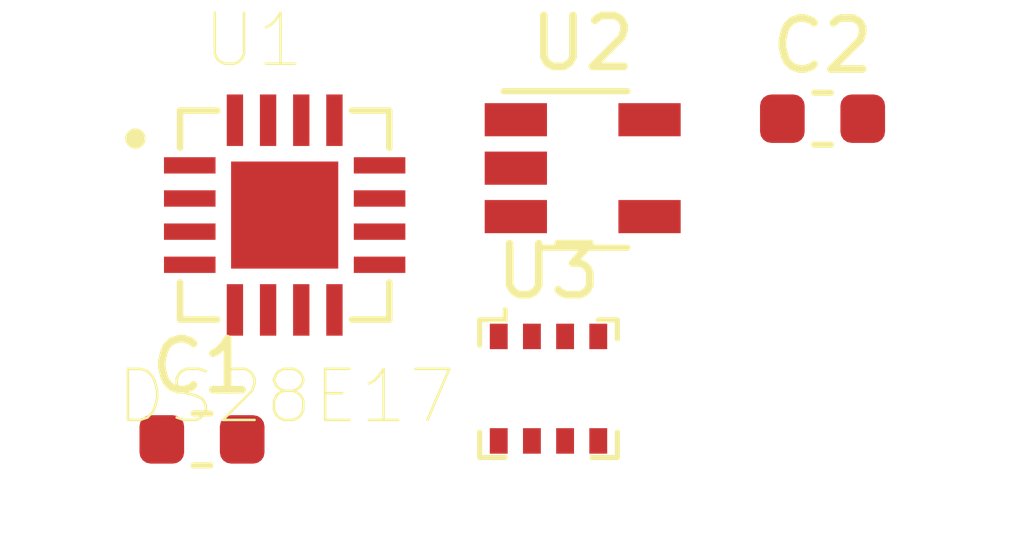
<source format=kicad_pcb>
(kicad_pcb (version 20171130) (host pcbnew 5.1.4)

  (general
    (thickness 1.6)
    (drawings 0)
    (tracks 0)
    (zones 0)
    (modules 5)
    (nets 17)
  )

  (page A4)
  (layers
    (0 F.Cu signal)
    (31 B.Cu signal)
    (32 B.Adhes user)
    (33 F.Adhes user)
    (34 B.Paste user)
    (35 F.Paste user)
    (36 B.SilkS user)
    (37 F.SilkS user)
    (38 B.Mask user)
    (39 F.Mask user)
    (40 Dwgs.User user)
    (41 Cmts.User user)
    (42 Eco1.User user)
    (43 Eco2.User user)
    (44 Edge.Cuts user)
    (45 Margin user)
    (46 B.CrtYd user)
    (47 F.CrtYd user)
    (48 B.Fab user)
    (49 F.Fab user)
  )

  (setup
    (last_trace_width 0.25)
    (trace_clearance 0.2)
    (zone_clearance 0.508)
    (zone_45_only no)
    (trace_min 0.2)
    (via_size 0.8)
    (via_drill 0.4)
    (via_min_size 0.4)
    (via_min_drill 0.3)
    (uvia_size 0.3)
    (uvia_drill 0.1)
    (uvias_allowed no)
    (uvia_min_size 0.2)
    (uvia_min_drill 0.1)
    (edge_width 0.05)
    (segment_width 0.2)
    (pcb_text_width 0.3)
    (pcb_text_size 1.5 1.5)
    (mod_edge_width 0.12)
    (mod_text_size 1 1)
    (mod_text_width 0.15)
    (pad_size 1.524 1.524)
    (pad_drill 0.762)
    (pad_to_mask_clearance 0.051)
    (solder_mask_min_width 0.25)
    (aux_axis_origin 0 0)
    (visible_elements FFFFFF7F)
    (pcbplotparams
      (layerselection 0x010fc_ffffffff)
      (usegerberextensions false)
      (usegerberattributes false)
      (usegerberadvancedattributes false)
      (creategerberjobfile false)
      (excludeedgelayer true)
      (linewidth 0.100000)
      (plotframeref false)
      (viasonmask false)
      (mode 1)
      (useauxorigin false)
      (hpglpennumber 1)
      (hpglpenspeed 20)
      (hpglpendiameter 15.000000)
      (psnegative false)
      (psa4output false)
      (plotreference true)
      (plotvalue true)
      (plotinvisibletext false)
      (padsonsilk false)
      (subtractmaskfromsilk false)
      (outputformat 1)
      (mirror false)
      (drillshape 1)
      (scaleselection 1)
      (outputdirectory ""))
  )

  (net 0 "")
  (net 1 GND)
  (net 2 +5V)
  (net 3 +3V3)
  (net 4 "Net-(U1-Pad16)")
  (net 5 "Net-(U1-Pad15)")
  (net 6 "Net-(U1-Pad14)")
  (net 7 "Net-(U1-Pad13)")
  (net 8 "Net-(U1-Pad12)")
  (net 9 "Net-(U1-Pad7)")
  (net 10 "Net-(U1-Pad5)")
  (net 11 /data)
  (net 12 "Net-(U1-Pad1)")
  (net 13 "Net-(U3-Pad8)")
  (net 14 "Net-(U3-Pad6)")
  (net 15 "Net-(U3-Pad5)")
  (net 16 "Net-(U3-Pad2)")

  (net_class Default "This is the default net class."
    (clearance 0.2)
    (trace_width 0.25)
    (via_dia 0.8)
    (via_drill 0.4)
    (uvia_dia 0.3)
    (uvia_drill 0.1)
    (add_net +3V3)
    (add_net +5V)
    (add_net /data)
    (add_net GND)
    (add_net "Net-(U1-Pad1)")
    (add_net "Net-(U1-Pad12)")
    (add_net "Net-(U1-Pad13)")
    (add_net "Net-(U1-Pad14)")
    (add_net "Net-(U1-Pad15)")
    (add_net "Net-(U1-Pad16)")
    (add_net "Net-(U1-Pad5)")
    (add_net "Net-(U1-Pad7)")
    (add_net "Net-(U3-Pad2)")
    (add_net "Net-(U3-Pad5)")
    (add_net "Net-(U3-Pad6)")
    (add_net "Net-(U3-Pad8)")
  )

  (module digikey-footprints:Pressure_Sensor_LGA-8_2.5x2.5mm_BME280 (layer F.Cu) (tedit 5B1844EC) (tstamp 5DBCC333)
    (at 134.94 104.965)
    (path /5DBDC34D)
    (fp_text reference U3 (at 0 -2.3) (layer F.SilkS)
      (effects (font (size 1 1) (thickness 0.15)))
    )
    (fp_text value BME280 (at 0 2.47) (layer F.Fab)
      (effects (font (size 1 1) (thickness 0.15)))
    )
    (fp_line (start -1.25 -1.25) (end 1.25 -1.25) (layer F.Fab) (width 0.1))
    (fp_line (start -1.25 1.25) (end -1.25 -1.25) (layer F.Fab) (width 0.1))
    (fp_line (start 1.25 1.25) (end -1.25 1.25) (layer F.Fab) (width 0.1))
    (fp_line (start 1.25 -1.25) (end 1.25 1.25) (layer F.Fab) (width 0.1))
    (fp_text user %R (at 0 0) (layer F.Fab)
      (effects (font (size 0.5 0.5) (thickness 0.05)))
    )
    (fp_line (start 1.35 -1.35) (end 0.975 -1.35) (layer F.SilkS) (width 0.1))
    (fp_line (start 1.35 -1.35) (end 1.35 -0.975) (layer F.SilkS) (width 0.1))
    (fp_line (start -1.35 -1.35) (end -0.85 -1.35) (layer F.SilkS) (width 0.1))
    (fp_line (start -1.35 -1.35) (end -1.35 -0.85) (layer F.SilkS) (width 0.1))
    (fp_line (start -0.85 -1.35) (end -0.85 -1.55) (layer F.SilkS) (width 0.1))
    (fp_line (start -1.35 1.35) (end -0.85 1.35) (layer F.SilkS) (width 0.1))
    (fp_line (start -1.35 1.35) (end -1.35 0.85) (layer F.SilkS) (width 0.1))
    (fp_line (start 1.35 1.35) (end 0.85 1.35) (layer F.SilkS) (width 0.1))
    (fp_line (start 1.35 1.35) (end 1.35 0.85) (layer F.SilkS) (width 0.1))
    (fp_line (start 1.5 -1.5) (end 1.5 1.5) (layer F.CrtYd) (width 0.05))
    (fp_line (start 1.5 -1.5) (end -1.5 -1.5) (layer F.CrtYd) (width 0.05))
    (fp_line (start -1.5 -1.5) (end -1.5 1.5) (layer F.CrtYd) (width 0.05))
    (fp_line (start 1.5 1.5) (end -1.5 1.5) (layer F.CrtYd) (width 0.05))
    (pad 8 smd rect (at -0.975 1.024999) (size 0.35 0.5) (layers F.Cu F.Paste F.Mask)
      (net 13 "Net-(U3-Pad8)"))
    (pad 7 smd rect (at -0.325 1.024999) (size 0.35 0.5) (layers F.Cu F.Paste F.Mask)
      (net 1 GND))
    (pad 6 smd rect (at 0.325 1.024999) (size 0.35 0.5) (layers F.Cu F.Paste F.Mask)
      (net 14 "Net-(U3-Pad6)"))
    (pad 5 smd rect (at 0.975 1.024999) (size 0.35 0.5) (layers F.Cu F.Paste F.Mask)
      (net 15 "Net-(U3-Pad5)"))
    (pad 4 smd rect (at 0.975 -1.025) (size 0.35 0.5) (layers F.Cu F.Paste F.Mask)
      (net 5 "Net-(U1-Pad15)"))
    (pad 3 smd rect (at 0.325 -1.025) (size 0.35 0.5) (layers F.Cu F.Paste F.Mask)
      (net 4 "Net-(U1-Pad16)"))
    (pad 2 smd rect (at -0.325 -1.025) (size 0.35 0.5) (layers F.Cu F.Paste F.Mask)
      (net 16 "Net-(U3-Pad2)"))
    (pad 1 smd rect (at -0.975 -1.025) (size 0.35 0.5) (layers F.Cu F.Paste F.Mask)
      (net 1 GND))
  )

  (module Package_TO_SOT_SMD:TSOT-23-5 (layer F.Cu) (tedit 5A02FF57) (tstamp 5DBCC315)
    (at 135.61 100.64)
    (descr "5-pin TSOT23 package, http://cds.linear.com/docs/en/packaging/SOT_5_05-08-1635.pdf")
    (tags TSOT-23-5)
    (path /5DBDD075)
    (attr smd)
    (fp_text reference U2 (at 0 -2.45) (layer F.SilkS)
      (effects (font (size 1 1) (thickness 0.15)))
    )
    (fp_text value ADP7142AUJZ-3.3 (at 0 2.5) (layer F.Fab)
      (effects (font (size 1 1) (thickness 0.15)))
    )
    (fp_line (start 2.17 1.7) (end -2.17 1.7) (layer F.CrtYd) (width 0.05))
    (fp_line (start 2.17 1.7) (end 2.17 -1.7) (layer F.CrtYd) (width 0.05))
    (fp_line (start -2.17 -1.7) (end -2.17 1.7) (layer F.CrtYd) (width 0.05))
    (fp_line (start -2.17 -1.7) (end 2.17 -1.7) (layer F.CrtYd) (width 0.05))
    (fp_line (start 0.88 -1.45) (end 0.88 1.45) (layer F.Fab) (width 0.1))
    (fp_line (start 0.88 1.45) (end -0.88 1.45) (layer F.Fab) (width 0.1))
    (fp_line (start -0.88 -1) (end -0.88 1.45) (layer F.Fab) (width 0.1))
    (fp_line (start 0.88 -1.45) (end -0.43 -1.45) (layer F.Fab) (width 0.1))
    (fp_line (start -0.88 -1) (end -0.43 -1.45) (layer F.Fab) (width 0.1))
    (fp_line (start 0.88 -1.51) (end -1.55 -1.51) (layer F.SilkS) (width 0.12))
    (fp_line (start -0.88 1.56) (end 0.88 1.56) (layer F.SilkS) (width 0.12))
    (fp_text user %R (at 0 0 90) (layer F.Fab)
      (effects (font (size 0.5 0.5) (thickness 0.075)))
    )
    (pad 5 smd rect (at 1.31 -0.95) (size 1.22 0.65) (layers F.Cu F.Paste F.Mask)
      (net 3 +3V3))
    (pad 4 smd rect (at 1.31 0.95) (size 1.22 0.65) (layers F.Cu F.Paste F.Mask)
      (net 3 +3V3))
    (pad 3 smd rect (at -1.31 0.95) (size 1.22 0.65) (layers F.Cu F.Paste F.Mask)
      (net 2 +5V))
    (pad 2 smd rect (at -1.31 0) (size 1.22 0.65) (layers F.Cu F.Paste F.Mask)
      (net 1 GND))
    (pad 1 smd rect (at -1.31 -0.95) (size 1.22 0.65) (layers F.Cu F.Paste F.Mask)
      (net 2 +5V))
    (model ${KISYS3DMOD}/Package_TO_SOT_SMD.3dshapes/TSOT-23-5.wrl
      (at (xyz 0 0 0))
      (scale (xyz 1 1 1))
      (rotate (xyz 0 0 0))
    )
  )

  (module BEC:QFN65P400X400X80-17N (layer F.Cu) (tedit 0) (tstamp 5DBCC300)
    (at 129.77 101.56)
    (path /5DBE2526)
    (attr smd)
    (fp_text reference U1 (at -0.60567 -3.42876) (layer F.SilkS)
      (effects (font (size 1.00109 1.00109) (thickness 0.05)))
    )
    (fp_text value DS28E17 (at 0.030055 3.55686) (layer F.SilkS)
      (effects (font (size 1.00193 1.00193) (thickness 0.05)))
    )
    (fp_poly (pts (xy -0.845848 0.105) (xy -0.105 0.105) (xy -0.105 0.845848) (xy -0.845848 0.845848)) (layer F.Paste) (width 0))
    (fp_poly (pts (xy 0.105029 0.105) (xy 0.845 0.105) (xy 0.845 0.845234) (xy 0.105029 0.845234)) (layer F.Paste) (width 0))
    (fp_poly (pts (xy -0.845519 -0.845) (xy -0.105 -0.845) (xy -0.105 -0.105064) (xy -0.845519 -0.105064)) (layer F.Paste) (width 0))
    (fp_poly (pts (xy 0.105014 -0.845) (xy 0.845 -0.845) (xy 0.845 -0.105014) (xy 0.105014 -0.105014)) (layer F.Paste) (width 0))
    (fp_line (start -1.39 -2.3) (end -1.39 -2.62) (layer Eco1.User) (width 0.05))
    (fp_line (start -2.3 -2.3) (end -1.39 -2.3) (layer Eco1.User) (width 0.05))
    (fp_line (start -2.3 -1.39) (end -2.3 -2.3) (layer Eco1.User) (width 0.05))
    (fp_line (start -2.62 -1.39) (end -2.3 -1.39) (layer Eco1.User) (width 0.05))
    (fp_line (start -2.62 1.39) (end -2.62 -1.39) (layer Eco1.User) (width 0.05))
    (fp_line (start -2.3 1.39) (end -2.62 1.39) (layer Eco1.User) (width 0.05))
    (fp_line (start -2.3 2.3) (end -2.3 1.39) (layer Eco1.User) (width 0.05))
    (fp_line (start -1.39 2.3) (end -2.3 2.3) (layer Eco1.User) (width 0.05))
    (fp_line (start -1.39 2.62) (end -1.39 2.3) (layer Eco1.User) (width 0.05))
    (fp_line (start 1.39 2.62) (end -1.39 2.62) (layer Eco1.User) (width 0.05))
    (fp_line (start 1.39 2.3) (end 1.39 2.62) (layer Eco1.User) (width 0.05))
    (fp_line (start 2.3 2.3) (end 1.39 2.3) (layer Eco1.User) (width 0.05))
    (fp_line (start 2.3 1.39) (end 2.3 2.3) (layer Eco1.User) (width 0.05))
    (fp_line (start 2.62 1.39) (end 2.3 1.39) (layer Eco1.User) (width 0.05))
    (fp_line (start 2.62 -1.39) (end 2.62 1.39) (layer Eco1.User) (width 0.05))
    (fp_line (start 2.3 -1.39) (end 2.62 -1.39) (layer Eco1.User) (width 0.05))
    (fp_line (start 2.3 -2.3) (end 2.3 -1.39) (layer Eco1.User) (width 0.05))
    (fp_line (start 1.39 -2.3) (end 2.3 -2.3) (layer Eco1.User) (width 0.05))
    (fp_line (start 1.39 -2.62) (end 1.39 -2.3) (layer Eco1.User) (width 0.05))
    (fp_line (start -1.39 -2.62) (end 1.39 -2.62) (layer Eco1.User) (width 0.05))
    (fp_circle (center -2.925 -1.5) (end -2.825 -1.5) (layer F.SilkS) (width 0.2))
    (fp_line (start 2.05 -2.05) (end 1.32 -2.05) (layer F.SilkS) (width 0.127))
    (fp_line (start 2.05 -1.32) (end 2.05 -2.05) (layer F.SilkS) (width 0.127))
    (fp_line (start 2.05 2.05) (end 2.05 1.32) (layer F.SilkS) (width 0.127))
    (fp_line (start 1.32 2.05) (end 2.05 2.05) (layer F.SilkS) (width 0.127))
    (fp_line (start -2.05 2.05) (end -1.32 2.05) (layer F.SilkS) (width 0.127))
    (fp_line (start -2.05 1.32) (end -2.05 2.05) (layer F.SilkS) (width 0.127))
    (fp_line (start -2.05 -2.05) (end -2.05 -1.32) (layer F.SilkS) (width 0.127))
    (fp_line (start -1.32 -2.05) (end -2.05 -2.05) (layer F.SilkS) (width 0.127))
    (fp_line (start 2.05 -2.05) (end -2.05 -2.05) (layer Eco2.User) (width 0.127))
    (fp_line (start 2.05 2.05) (end 2.05 -2.05) (layer Eco2.User) (width 0.127))
    (fp_line (start -2.05 2.05) (end 2.05 2.05) (layer Eco2.User) (width 0.127))
    (fp_line (start -2.05 -2.05) (end -2.05 2.05) (layer Eco2.User) (width 0.127))
    (pad 17 smd rect (at 0 0) (size 2.1 2.1) (layers F.Cu F.Paste F.Mask)
      (net 1 GND))
    (pad 16 smd rect (at -0.975 -1.86 90) (size 1.01 0.32) (layers F.Cu F.Paste F.Mask)
      (net 4 "Net-(U1-Pad16)"))
    (pad 15 smd rect (at -0.325 -1.86 90) (size 1.01 0.32) (layers F.Cu F.Paste F.Mask)
      (net 5 "Net-(U1-Pad15)"))
    (pad 14 smd rect (at 0.325 -1.86 90) (size 1.01 0.32) (layers F.Cu F.Paste F.Mask)
      (net 6 "Net-(U1-Pad14)"))
    (pad 13 smd rect (at 0.975 -1.86 90) (size 1.01 0.32) (layers F.Cu F.Paste F.Mask)
      (net 7 "Net-(U1-Pad13)"))
    (pad 12 smd rect (at 1.86 -0.975) (size 1.01 0.32) (layers F.Cu F.Paste F.Mask)
      (net 8 "Net-(U1-Pad12)"))
    (pad 11 smd rect (at 1.86 -0.325) (size 1.01 0.32) (layers F.Cu F.Paste F.Mask))
    (pad 10 smd rect (at 1.86 0.325) (size 1.01 0.32) (layers F.Cu F.Paste F.Mask))
    (pad 9 smd rect (at 1.86 0.975) (size 1.01 0.32) (layers F.Cu F.Paste F.Mask))
    (pad 8 smd rect (at 0.975 1.86 270) (size 1.01 0.32) (layers F.Cu F.Paste F.Mask)
      (net 1 GND))
    (pad 7 smd rect (at 0.325 1.86 270) (size 1.01 0.32) (layers F.Cu F.Paste F.Mask)
      (net 9 "Net-(U1-Pad7)"))
    (pad 6 smd rect (at -0.325 1.86 270) (size 1.01 0.32) (layers F.Cu F.Paste F.Mask)
      (net 3 +3V3))
    (pad 5 smd rect (at -0.975 1.86 270) (size 1.01 0.32) (layers F.Cu F.Paste F.Mask)
      (net 10 "Net-(U1-Pad5)"))
    (pad 4 smd rect (at -1.86 0.975 180) (size 1.01 0.32) (layers F.Cu F.Paste F.Mask)
      (net 1 GND))
    (pad 3 smd rect (at -1.86 0.325 180) (size 1.01 0.32) (layers F.Cu F.Paste F.Mask)
      (net 11 /data))
    (pad 2 smd rect (at -1.86 -0.325 180) (size 1.01 0.32) (layers F.Cu F.Paste F.Mask)
      (net 11 /data))
    (pad 1 smd rect (at -1.86 -0.975 180) (size 1.01 0.32) (layers F.Cu F.Paste F.Mask)
      (net 12 "Net-(U1-Pad1)"))
  )

  (module Capacitor_SMD:C_0603_1608Metric (layer F.Cu) (tedit 5B301BBE) (tstamp 5DBCC2C6)
    (at 140.31 99.67)
    (descr "Capacitor SMD 0603 (1608 Metric), square (rectangular) end terminal, IPC_7351 nominal, (Body size source: http://www.tortai-tech.com/upload/download/2011102023233369053.pdf), generated with kicad-footprint-generator")
    (tags capacitor)
    (path /5DBE7140)
    (attr smd)
    (fp_text reference C2 (at 0 -1.43) (layer F.SilkS)
      (effects (font (size 1 1) (thickness 0.15)))
    )
    (fp_text value 2.2uF_50V (at 0 1.43) (layer F.Fab)
      (effects (font (size 1 1) (thickness 0.15)))
    )
    (fp_text user %R (at 0 0) (layer F.Fab)
      (effects (font (size 0.4 0.4) (thickness 0.06)))
    )
    (fp_line (start 1.48 0.73) (end -1.48 0.73) (layer F.CrtYd) (width 0.05))
    (fp_line (start 1.48 -0.73) (end 1.48 0.73) (layer F.CrtYd) (width 0.05))
    (fp_line (start -1.48 -0.73) (end 1.48 -0.73) (layer F.CrtYd) (width 0.05))
    (fp_line (start -1.48 0.73) (end -1.48 -0.73) (layer F.CrtYd) (width 0.05))
    (fp_line (start -0.162779 0.51) (end 0.162779 0.51) (layer F.SilkS) (width 0.12))
    (fp_line (start -0.162779 -0.51) (end 0.162779 -0.51) (layer F.SilkS) (width 0.12))
    (fp_line (start 0.8 0.4) (end -0.8 0.4) (layer F.Fab) (width 0.1))
    (fp_line (start 0.8 -0.4) (end 0.8 0.4) (layer F.Fab) (width 0.1))
    (fp_line (start -0.8 -0.4) (end 0.8 -0.4) (layer F.Fab) (width 0.1))
    (fp_line (start -0.8 0.4) (end -0.8 -0.4) (layer F.Fab) (width 0.1))
    (pad 2 smd roundrect (at 0.7875 0) (size 0.875 0.95) (layers F.Cu F.Paste F.Mask) (roundrect_rratio 0.25)
      (net 1 GND))
    (pad 1 smd roundrect (at -0.7875 0) (size 0.875 0.95) (layers F.Cu F.Paste F.Mask) (roundrect_rratio 0.25)
      (net 3 +3V3))
    (model ${KISYS3DMOD}/Capacitor_SMD.3dshapes/C_0603_1608Metric.wrl
      (at (xyz 0 0 0))
      (scale (xyz 1 1 1))
      (rotate (xyz 0 0 0))
    )
  )

  (module Capacitor_SMD:C_0603_1608Metric (layer F.Cu) (tedit 5B301BBE) (tstamp 5DBCC2B5)
    (at 128.15 105.96)
    (descr "Capacitor SMD 0603 (1608 Metric), square (rectangular) end terminal, IPC_7351 nominal, (Body size source: http://www.tortai-tech.com/upload/download/2011102023233369053.pdf), generated with kicad-footprint-generator")
    (tags capacitor)
    (path /5DBE4ACC)
    (attr smd)
    (fp_text reference C1 (at 0 -1.43) (layer F.SilkS)
      (effects (font (size 1 1) (thickness 0.15)))
    )
    (fp_text value 2.2uF_50V (at 0 1.43) (layer F.Fab)
      (effects (font (size 1 1) (thickness 0.15)))
    )
    (fp_text user %R (at 0 0) (layer F.Fab)
      (effects (font (size 0.4 0.4) (thickness 0.06)))
    )
    (fp_line (start 1.48 0.73) (end -1.48 0.73) (layer F.CrtYd) (width 0.05))
    (fp_line (start 1.48 -0.73) (end 1.48 0.73) (layer F.CrtYd) (width 0.05))
    (fp_line (start -1.48 -0.73) (end 1.48 -0.73) (layer F.CrtYd) (width 0.05))
    (fp_line (start -1.48 0.73) (end -1.48 -0.73) (layer F.CrtYd) (width 0.05))
    (fp_line (start -0.162779 0.51) (end 0.162779 0.51) (layer F.SilkS) (width 0.12))
    (fp_line (start -0.162779 -0.51) (end 0.162779 -0.51) (layer F.SilkS) (width 0.12))
    (fp_line (start 0.8 0.4) (end -0.8 0.4) (layer F.Fab) (width 0.1))
    (fp_line (start 0.8 -0.4) (end 0.8 0.4) (layer F.Fab) (width 0.1))
    (fp_line (start -0.8 -0.4) (end 0.8 -0.4) (layer F.Fab) (width 0.1))
    (fp_line (start -0.8 0.4) (end -0.8 -0.4) (layer F.Fab) (width 0.1))
    (pad 2 smd roundrect (at 0.7875 0) (size 0.875 0.95) (layers F.Cu F.Paste F.Mask) (roundrect_rratio 0.25)
      (net 1 GND))
    (pad 1 smd roundrect (at -0.7875 0) (size 0.875 0.95) (layers F.Cu F.Paste F.Mask) (roundrect_rratio 0.25)
      (net 2 +5V))
    (model ${KISYS3DMOD}/Capacitor_SMD.3dshapes/C_0603_1608Metric.wrl
      (at (xyz 0 0 0))
      (scale (xyz 1 1 1))
      (rotate (xyz 0 0 0))
    )
  )

)

</source>
